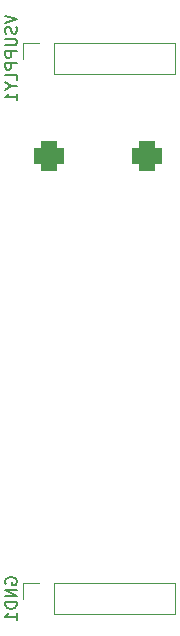
<source format=gbr>
%TF.GenerationSoftware,KiCad,Pcbnew,8.0.5*%
%TF.CreationDate,2024-11-17T12:10:01+05:30*%
%TF.ProjectId,line_in,6c696e65-5f69-46e2-9e6b-696361645f70,rev?*%
%TF.SameCoordinates,Original*%
%TF.FileFunction,Legend,Bot*%
%TF.FilePolarity,Positive*%
%FSLAX46Y46*%
G04 Gerber Fmt 4.6, Leading zero omitted, Abs format (unit mm)*
G04 Created by KiCad (PCBNEW 8.0.5) date 2024-11-17 12:10:01*
%MOMM*%
%LPD*%
G01*
G04 APERTURE LIST*
G04 Aperture macros list*
%AMRoundRect*
0 Rectangle with rounded corners*
0 $1 Rounding radius*
0 $2 $3 $4 $5 $6 $7 $8 $9 X,Y pos of 4 corners*
0 Add a 4 corners polygon primitive as box body*
4,1,4,$2,$3,$4,$5,$6,$7,$8,$9,$2,$3,0*
0 Add four circle primitives for the rounded corners*
1,1,$1+$1,$2,$3*
1,1,$1+$1,$4,$5*
1,1,$1+$1,$6,$7*
1,1,$1+$1,$8,$9*
0 Add four rect primitives between the rounded corners*
20,1,$1+$1,$2,$3,$4,$5,0*
20,1,$1+$1,$4,$5,$6,$7,0*
20,1,$1+$1,$6,$7,$8,$9,0*
20,1,$1+$1,$8,$9,$2,$3,0*%
G04 Aperture macros list end*
%ADD10C,0.150000*%
%ADD11C,0.120000*%
%ADD12R,2.000000X2.000000*%
%ADD13O,2.000000X2.000000*%
%ADD14O,2.720000X3.240000*%
%ADD15C,1.800000*%
%ADD16R,1.800000X1.800000*%
%ADD17R,1.700000X1.700000*%
%ADD18O,1.700000X1.700000*%
%ADD19RoundRect,0.650000X0.650000X-0.650000X0.650000X0.650000X-0.650000X0.650000X-0.650000X-0.650000X0*%
%ADD20O,2.100000X3.100000*%
G04 APERTURE END LIST*
D10*
X53004819Y-47157143D02*
X54004819Y-47490476D01*
X54004819Y-47490476D02*
X53004819Y-47823809D01*
X53957200Y-48109524D02*
X54004819Y-48252381D01*
X54004819Y-48252381D02*
X54004819Y-48490476D01*
X54004819Y-48490476D02*
X53957200Y-48585714D01*
X53957200Y-48585714D02*
X53909580Y-48633333D01*
X53909580Y-48633333D02*
X53814342Y-48680952D01*
X53814342Y-48680952D02*
X53719104Y-48680952D01*
X53719104Y-48680952D02*
X53623866Y-48633333D01*
X53623866Y-48633333D02*
X53576247Y-48585714D01*
X53576247Y-48585714D02*
X53528628Y-48490476D01*
X53528628Y-48490476D02*
X53481009Y-48300000D01*
X53481009Y-48300000D02*
X53433390Y-48204762D01*
X53433390Y-48204762D02*
X53385771Y-48157143D01*
X53385771Y-48157143D02*
X53290533Y-48109524D01*
X53290533Y-48109524D02*
X53195295Y-48109524D01*
X53195295Y-48109524D02*
X53100057Y-48157143D01*
X53100057Y-48157143D02*
X53052438Y-48204762D01*
X53052438Y-48204762D02*
X53004819Y-48300000D01*
X53004819Y-48300000D02*
X53004819Y-48538095D01*
X53004819Y-48538095D02*
X53052438Y-48680952D01*
X53004819Y-49109524D02*
X53814342Y-49109524D01*
X53814342Y-49109524D02*
X53909580Y-49157143D01*
X53909580Y-49157143D02*
X53957200Y-49204762D01*
X53957200Y-49204762D02*
X54004819Y-49300000D01*
X54004819Y-49300000D02*
X54004819Y-49490476D01*
X54004819Y-49490476D02*
X53957200Y-49585714D01*
X53957200Y-49585714D02*
X53909580Y-49633333D01*
X53909580Y-49633333D02*
X53814342Y-49680952D01*
X53814342Y-49680952D02*
X53004819Y-49680952D01*
X54004819Y-50157143D02*
X53004819Y-50157143D01*
X53004819Y-50157143D02*
X53004819Y-50538095D01*
X53004819Y-50538095D02*
X53052438Y-50633333D01*
X53052438Y-50633333D02*
X53100057Y-50680952D01*
X53100057Y-50680952D02*
X53195295Y-50728571D01*
X53195295Y-50728571D02*
X53338152Y-50728571D01*
X53338152Y-50728571D02*
X53433390Y-50680952D01*
X53433390Y-50680952D02*
X53481009Y-50633333D01*
X53481009Y-50633333D02*
X53528628Y-50538095D01*
X53528628Y-50538095D02*
X53528628Y-50157143D01*
X54004819Y-51157143D02*
X53004819Y-51157143D01*
X53004819Y-51157143D02*
X53004819Y-51538095D01*
X53004819Y-51538095D02*
X53052438Y-51633333D01*
X53052438Y-51633333D02*
X53100057Y-51680952D01*
X53100057Y-51680952D02*
X53195295Y-51728571D01*
X53195295Y-51728571D02*
X53338152Y-51728571D01*
X53338152Y-51728571D02*
X53433390Y-51680952D01*
X53433390Y-51680952D02*
X53481009Y-51633333D01*
X53481009Y-51633333D02*
X53528628Y-51538095D01*
X53528628Y-51538095D02*
X53528628Y-51157143D01*
X54004819Y-52633333D02*
X54004819Y-52157143D01*
X54004819Y-52157143D02*
X53004819Y-52157143D01*
X53528628Y-53157143D02*
X54004819Y-53157143D01*
X53004819Y-52823810D02*
X53528628Y-53157143D01*
X53528628Y-53157143D02*
X53004819Y-53490476D01*
X54004819Y-54347619D02*
X54004819Y-53776191D01*
X54004819Y-54061905D02*
X53004819Y-54061905D01*
X53004819Y-54061905D02*
X53147676Y-53966667D01*
X53147676Y-53966667D02*
X53242914Y-53871429D01*
X53242914Y-53871429D02*
X53290533Y-53776191D01*
X53052438Y-95281904D02*
X53004819Y-95186666D01*
X53004819Y-95186666D02*
X53004819Y-95043809D01*
X53004819Y-95043809D02*
X53052438Y-94900952D01*
X53052438Y-94900952D02*
X53147676Y-94805714D01*
X53147676Y-94805714D02*
X53242914Y-94758095D01*
X53242914Y-94758095D02*
X53433390Y-94710476D01*
X53433390Y-94710476D02*
X53576247Y-94710476D01*
X53576247Y-94710476D02*
X53766723Y-94758095D01*
X53766723Y-94758095D02*
X53861961Y-94805714D01*
X53861961Y-94805714D02*
X53957200Y-94900952D01*
X53957200Y-94900952D02*
X54004819Y-95043809D01*
X54004819Y-95043809D02*
X54004819Y-95139047D01*
X54004819Y-95139047D02*
X53957200Y-95281904D01*
X53957200Y-95281904D02*
X53909580Y-95329523D01*
X53909580Y-95329523D02*
X53576247Y-95329523D01*
X53576247Y-95329523D02*
X53576247Y-95139047D01*
X54004819Y-95758095D02*
X53004819Y-95758095D01*
X53004819Y-95758095D02*
X54004819Y-96329523D01*
X54004819Y-96329523D02*
X53004819Y-96329523D01*
X54004819Y-96805714D02*
X53004819Y-96805714D01*
X53004819Y-96805714D02*
X53004819Y-97043809D01*
X53004819Y-97043809D02*
X53052438Y-97186666D01*
X53052438Y-97186666D02*
X53147676Y-97281904D01*
X53147676Y-97281904D02*
X53242914Y-97329523D01*
X53242914Y-97329523D02*
X53433390Y-97377142D01*
X53433390Y-97377142D02*
X53576247Y-97377142D01*
X53576247Y-97377142D02*
X53766723Y-97329523D01*
X53766723Y-97329523D02*
X53861961Y-97281904D01*
X53861961Y-97281904D02*
X53957200Y-97186666D01*
X53957200Y-97186666D02*
X54004819Y-97043809D01*
X54004819Y-97043809D02*
X54004819Y-96805714D01*
X54004819Y-98329523D02*
X54004819Y-97758095D01*
X54004819Y-98043809D02*
X53004819Y-98043809D01*
X53004819Y-98043809D02*
X53147676Y-97948571D01*
X53147676Y-97948571D02*
X53242914Y-97853333D01*
X53242914Y-97853333D02*
X53290533Y-97758095D01*
D11*
%TO.C,VSUPPLY1*%
X54550000Y-50800000D02*
X54550000Y-49470000D01*
X54550000Y-49470000D02*
X55880000Y-49470000D01*
X67370000Y-49470000D02*
X57150000Y-49470000D01*
X57150000Y-52130000D02*
X57150000Y-49470000D01*
X67370000Y-52130000D02*
X67370000Y-49470000D01*
X67370000Y-52130000D02*
X57150000Y-52130000D01*
%TO.C,GND1*%
X54550000Y-96520000D02*
X54550000Y-95190000D01*
X54550000Y-95190000D02*
X55880000Y-95190000D01*
X67370000Y-95190000D02*
X57150000Y-95190000D01*
X57150000Y-97850000D02*
X57150000Y-95190000D01*
X67370000Y-97850000D02*
X67370000Y-95190000D01*
X67370000Y-97850000D02*
X57150000Y-97850000D01*
%TD*%
%LPC*%
D12*
%TO.C,VSUPPLY1*%
X55880000Y-50800000D03*
D13*
X58420000Y-50800000D03*
X60960000Y-50800000D03*
X63500000Y-50800000D03*
X66040000Y-50800000D03*
%TD*%
D12*
%TO.C,GND1*%
X55880000Y-96520000D03*
D13*
X58420000Y-96520000D03*
X60960000Y-96520000D03*
X63500000Y-96520000D03*
X66040000Y-96520000D03*
%TD*%
D14*
%TO.C,RV2*%
X65050000Y-73035000D03*
X74650000Y-73035000D03*
D15*
X69850000Y-80535000D03*
X72350000Y-80535000D03*
D16*
X67350000Y-80535000D03*
%TD*%
D14*
%TO.C,RV1*%
X49810000Y-73025000D03*
X59410000Y-73025000D03*
D15*
X54610000Y-80525000D03*
X57110000Y-80525000D03*
D16*
X52110000Y-80525000D03*
%TD*%
D17*
%TO.C,OUTPUT1*%
X73660000Y-45720000D03*
D18*
X73660000Y-48260000D03*
X73660000Y-50800000D03*
X73660000Y-53340000D03*
X73660000Y-55880000D03*
%TD*%
D19*
%TO.C,J1*%
X64975000Y-59055000D03*
D20*
X68075000Y-59055000D03*
D19*
X56675000Y-59055000D03*
%TD*%
%LPD*%
M02*

</source>
